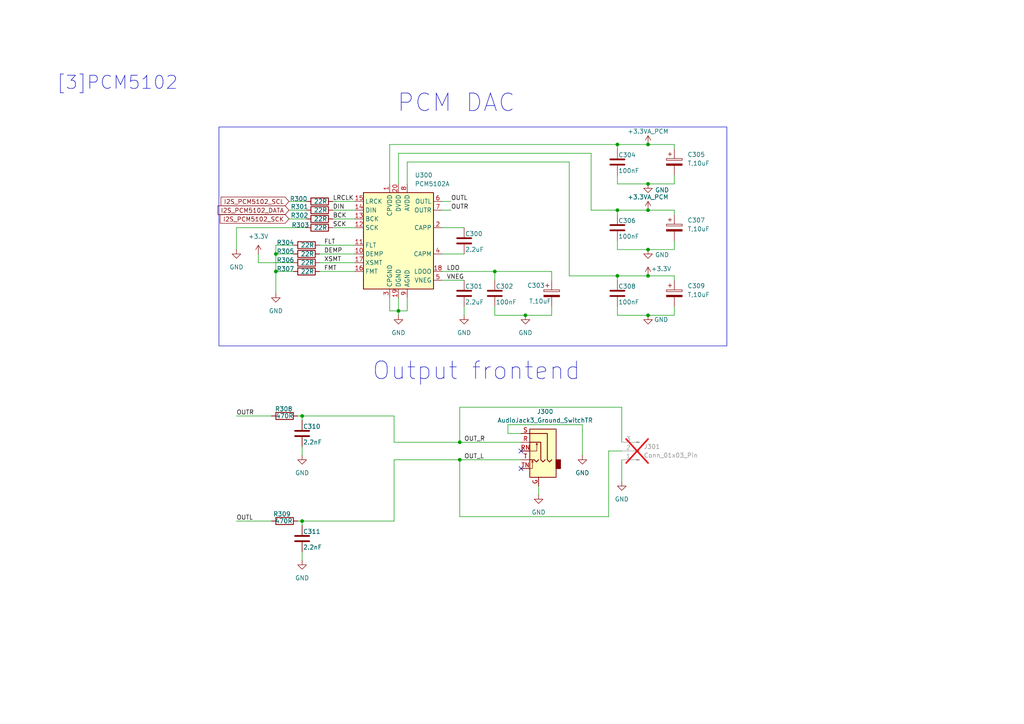
<source format=kicad_sch>
(kicad_sch (version 20231120) (generator "eeschema") (generator_version "8.0")
  (paper "A4")
  (lib_symbols
    (symbol "Audio:PCM5102A"
      (property "Reference" "U" (at -10.16 13.97 0))
      (property "Value" "PCM5102A" (at 3.81 13.97 0))
      (symbol "PCM5102A_0_1"
        (rectangle (start -10.16 12.7) (end 10.16 -15.24) (stroke (width 0.254)) (fill (type background)))
      )
      (symbol "PCM5102A_1_1"
        (pin passive line (at -2.54 15.24 270) (length 2.54) (name "CPVDD") (number "1"))
        (pin input line (at -12.7 -5.08 0) (length 2.54) (name "DEMP") (number "10"))
        (pin input line (at -12.7 -2.54 0) (length 2.54) (name "FLT") (number "11"))
        (pin input line (at -12.7 2.54 0) (length 2.54) (name "SCK") (number "12"))
        (pin input line (at -12.7 5.08 0) (length 2.54) (name "BCK") (number "13"))
        (pin input line (at -12.7 7.62 0) (length 2.54) (name "DIN") (number "14"))
        (pin input line (at -12.7 10.16 0) (length 2.54) (name "LRCK") (number "15"))
        (pin input line (at -12.7 -10.16 0) (length 2.54) (name "FMT") (number "16"))
        (pin input line (at -12.7 -7.62 0) (length 2.54) (name "XSMT") (number "17"))
        (pin passive line (at 12.7 -10.16 180) (length 2.54) (name "LDOO") (number "18"))
        (pin power_in line (at 0 -17.78 90) (length 2.54) (name "DGND") (number "19"))
        (pin passive line (at 12.7 2.54 180) (length 2.54) (name "CAPP") (number "2"))
        (pin power_in line (at 0 15.24 270) (length 2.54) (name "DVDD") (number "20"))
        (pin power_in line (at -2.54 -17.78 90) (length 2.54) (name "CPGND") (number "3"))
        (pin passive line (at 12.7 -5.08 180) (length 2.54) (name "CAPM") (number "4"))
        (pin passive line (at 12.7 -12.7 180) (length 2.54) (name "VNEG") (number "5"))
        (pin output line (at 12.7 10.16 180) (length 2.54) (name "OUTL") (number "6"))
        (pin output line (at 12.7 7.62 180) (length 2.54) (name "OUTR") (number "7"))
        (pin power_in line (at 2.54 15.24 270) (length 2.54) (name "AVDD") (number "8"))
        (pin power_in line (at 2.54 -17.78 90) (length 2.54) (name "AGND") (number "9"))
      )
    )
    (symbol "Connector:Conn_01x03_Pin" (pin_names (offset 1.016) hide)
      (property "Reference" "J" (at 0 5.08 0))
      (property "Value" "Conn_01x03_Pin" (at 0 -5.08 0))
      (symbol "Conn_01x03_Pin_1_1"
        (polyline (pts (xy 1.27 -2.54) (xy 0.8636 -2.54)) (stroke (width 0.1524)))
        (polyline (pts (xy 1.27 0) (xy 0.8636 0)) (stroke (width 0.1524)))
        (polyline (pts (xy 1.27 2.54) (xy 0.8636 2.54)) (stroke (width 0.1524)))
        (rectangle (start 0.8636 -2.413) (end 0 -2.667) (stroke (width 0.1524)) (fill (type outline)))
        (rectangle (start 0.8636 0.127) (end 0 -0.127) (stroke (width 0.1524)) (fill (type outline)))
        (rectangle (start 0.8636 2.667) (end 0 2.413) (stroke (width 0.1524)) (fill (type outline)))
        (pin passive line (at 5.08 2.54 180) (length 3.81) (name "Pin_1") (number "1"))
        (pin passive line (at 5.08 0 180) (length 3.81) (name "Pin_2") (number "2"))
        (pin passive line (at 5.08 -2.54 180) (length 3.81) (name "Pin_3") (number "3"))
      )
    )
    (symbol "Connector_Audio:AudioJack3_Ground_SwitchTR"
      (property "Reference" "J" (at 0 8.89 0))
      (property "Value" "AudioJack3_Ground_SwitchTR" (at 0 6.35 0))
      (symbol "AudioJack3_Ground_SwitchTR_0_1"
        (rectangle (start -5.08 -5.08) (end -6.35 -7.62) (stroke (width 0.254)) (fill (type outline)))
        (polyline (pts (xy 0.508 -0.254) (xy 0.762 -0.762)))
        (polyline (pts (xy 1.778 -5.334) (xy 2.032 -5.842)))
        (polyline (pts (xy 0 -5.08) (xy 0.635 -5.715) (xy 1.27 -5.08) (xy 2.54 -5.08)) (stroke (width 0.254)))
        (polyline (pts (xy 2.54 -7.62) (xy 1.778 -7.62) (xy 1.778 -5.334) (xy 1.524 -5.842)))
        (polyline (pts (xy 2.54 -2.54) (xy 0.508 -2.54) (xy 0.508 -0.254) (xy 0.254 -0.762)))
        (polyline (pts (xy -1.905 -5.08) (xy -1.27 -5.715) (xy -0.635 -5.08) (xy -0.635 0) (xy 2.54 0)) (stroke (width 0.254)))
        (polyline (pts (xy 2.54 2.54) (xy -2.54 2.54) (xy -2.54 -5.08) (xy -3.175 -5.715) (xy -3.81 -5.08)) (stroke (width 0.254)))
        (rectangle (start 2.54 3.81) (end -5.08 -10.16) (stroke (width 0.254)) (fill (type background)))
      )
      (symbol "AudioJack3_Ground_SwitchTR_1_1"
        (pin passive line (at 0 -12.7 90) (length 2.54) (name "~") (number "G"))
        (pin passive line (at 5.08 0 180) (length 2.54) (name "~") (number "R"))
        (pin passive line (at 5.08 -2.54 180) (length 2.54) (name "~") (number "RN"))
        (pin passive line (at 5.08 2.54 180) (length 2.54) (name "~") (number "S"))
        (pin passive line (at 5.08 -5.08 180) (length 2.54) (name "~") (number "T"))
        (pin passive line (at 5.08 -7.62 180) (length 2.54) (name "~") (number "TN"))
      )
    )
    (symbol "Device:C" (pin_numbers hide) (pin_names (offset 0.254))
      (property "Reference" "C" (at 0.635 2.54 0))
      (property "Value" "C" (at 0.635 -2.54 0))
      (symbol "C_0_1"
        (polyline (pts (xy -2.032 -0.762) (xy 2.032 -0.762)) (stroke (width 0.508)))
        (polyline (pts (xy -2.032 0.762) (xy 2.032 0.762)) (stroke (width 0.508)))
      )
      (symbol "C_1_1"
        (pin passive line (at 0 3.81 270) (length 2.794) (name "~") (number "1"))
        (pin passive line (at 0 -3.81 90) (length 2.794) (name "~") (number "2"))
      )
    )
    (symbol "Device:C_Polarized" (pin_numbers hide) (pin_names (offset 0.254))
      (property "Reference" "C" (at 0.635 2.54 0))
      (property "Value" "C_Polarized" (at 0.635 -2.54 0))
      (symbol "C_Polarized_0_1"
        (rectangle (start -2.286 0.508) (end 2.286 1.016))
        (polyline (pts (xy -1.778 2.286) (xy -0.762 2.286)))
        (polyline (pts (xy -1.27 2.794) (xy -1.27 1.778)))
        (rectangle (start 2.286 -0.508) (end -2.286 -1.016) (fill (type outline)))
      )
      (symbol "C_Polarized_1_1"
        (pin passive line (at 0 3.81 270) (length 2.794) (name "~") (number "1"))
        (pin passive line (at 0 -3.81 90) (length 2.794) (name "~") (number "2"))
      )
    )
    (symbol "Device:R" (pin_numbers hide) (pin_names (offset 0))
      (property "Reference" "R" (at 2.032 0 90))
      (property "Value" "R" (at 0 0 90))
      (symbol "R_0_1"
        (rectangle (start -1.016 -2.54) (end 1.016 2.54) (stroke (width 0.254)))
      )
      (symbol "R_1_1"
        (pin passive line (at 0 3.81 270) (length 1.27) (name "~") (number "1"))
        (pin passive line (at 0 -3.81 90) (length 1.27) (name "~") (number "2"))
      )
    )
    (symbol "power:+3.3V" (power) (pin_numbers hide) (pin_names (offset 0) hide)
      (property "Value" "+3.3V" (at 0 3.556 0))
      (symbol "+3.3V_0_1"
        (polyline (pts (xy -0.762 1.27) (xy 0 2.54)))
        (polyline (pts (xy 0 0) (xy 0 2.54)))
        (polyline (pts (xy 0 2.54) (xy 0.762 1.27)))
      )
      (symbol "+3.3V_1_1"
        (pin power_in line (at 0 0 90) (length 0) (name "~") (number "1"))
      )
    )
    (symbol "power:+3.3VA" (power) (pin_numbers hide) (pin_names (offset 0) hide)
      (property "Value" "+3.3VA" (at 0 3.556 0))
      (symbol "+3.3VA_0_1"
        (polyline (pts (xy -0.762 1.27) (xy 0 2.54)))
        (polyline (pts (xy 0 0) (xy 0 2.54)))
        (polyline (pts (xy 0 2.54) (xy 0.762 1.27)))
      )
      (symbol "+3.3VA_1_1"
        (pin power_in line (at 0 0 90) (length 0) (name "~") (number "1"))
      )
    )
    (symbol "power:GND" (power) (pin_numbers hide) (pin_names (offset 0) hide)
      (property "Value" "GND" (at 0 -3.81 0))
      (symbol "GND_0_1"
        (polyline (pts (xy 0 0) (xy 0 -1.27) (xy 1.27 -1.27) (xy 0 -2.54) (xy -1.27 -1.27) (xy 0 -1.27)))
      )
      (symbol "GND_1_1"
        (pin power_in line (at 0 0 270) (length 0) (name "~") (number "1"))
      )
    )
  )
  (junction (at 80.01 78.74))
  (junction (at 80.01 73.66))
  (junction (at 187.96 41.91))
  (junction (at 152.4 91.44))
  (junction (at 187.96 72.39))
  (junction (at 179.07 80.01))
  (junction (at 115.57 90.17))
  (junction (at 87.63 120.65))
  (junction (at 179.07 60.96))
  (junction (at 87.63 151.13))
  (junction (at 187.96 53.34))
  (junction (at 187.96 80.01))
  (junction (at 179.07 41.91))
  (junction (at 133.35 133.35))
  (junction (at 187.96 91.44))
  (junction (at 187.96 60.96))
  (junction (at 143.51 78.74))
  (junction (at 133.35 128.27))
  (no_connect (at 151.13 135.89))
  (no_connect (at 151.13 130.81))
  (wire (pts (xy 133.35 118.11) (xy 180.34 118.11)))
  (wire (pts (xy 68.58 66.04) (xy 68.58 72.39)))
  (wire (pts (xy 115.57 86.36) (xy 115.57 90.17)))
  (wire (pts (xy 86.36 120.65) (xy 87.63 120.65)))
  (wire (pts (xy 133.35 149.86) (xy 176.53 149.86)))
  (wire (pts (xy 187.96 91.44) (xy 195.58 91.44)))
  (wire (pts (xy 171.45 60.96) (xy 179.07 60.96)))
  (wire (pts (xy 113.03 41.91) (xy 179.07 41.91)))
  (wire (pts (xy 176.53 149.86) (xy 176.53 130.81)))
  (wire (pts (xy 80.01 71.12) (xy 80.01 73.66)))
  (wire (pts (xy 180.34 118.11) (xy 180.34 128.27)))
  (wire (pts (xy 113.03 41.91) (xy 113.03 53.34)))
  (wire (pts (xy 115.57 90.17) (xy 118.11 90.17)))
  (wire (pts (xy 92.71 78.74) (xy 102.87 78.74)))
  (wire (pts (xy 152.4 91.44) (xy 160.02 91.44)))
  (wire (pts (xy 87.63 151.13) (xy 87.63 152.4)))
  (wire (pts (xy 96.52 66.04) (xy 102.87 66.04)))
  (wire (pts (xy 179.07 41.91) (xy 187.96 41.91)))
  (wire (pts (xy 187.96 41.91) (xy 195.58 41.91)))
  (wire (pts (xy 195.58 53.34) (xy 195.58 50.8)))
  (wire (pts (xy 195.58 80.01) (xy 195.58 81.28)))
  (wire (pts (xy 87.63 129.54) (xy 87.63 132.08)))
  (wire (pts (xy 143.51 91.44) (xy 143.51 88.9)))
  (wire (pts (xy 80.01 73.66) (xy 85.09 73.66)))
  (wire (pts (xy 187.96 53.34) (xy 195.58 53.34)))
  (wire (pts (xy 187.96 60.96) (xy 195.58 60.96)))
  (wire (pts (xy 128.27 66.04) (xy 134.62 66.04)))
  (wire (pts (xy 92.71 76.2) (xy 102.87 76.2)))
  (wire (pts (xy 160.02 78.74) (xy 160.02 81.28)))
  (wire (pts (xy 115.57 44.45) (xy 115.57 53.34)))
  (wire (pts (xy 168.91 123.19) (xy 168.91 132.08)))
  (wire (pts (xy 87.63 120.65) (xy 87.63 121.92)))
  (wire (pts (xy 133.35 133.35) (xy 133.35 149.86)))
  (wire (pts (xy 187.96 72.39) (xy 195.58 72.39)))
  (wire (pts (xy 147.32 125.73) (xy 147.32 123.19)))
  (wire (pts (xy 128.27 81.28) (xy 134.62 81.28)))
  (wire (pts (xy 180.34 133.35) (xy 180.34 139.7)))
  (wire (pts (xy 128.27 73.66) (xy 134.62 73.66)))
  (wire (pts (xy 96.52 58.42) (xy 102.87 58.42)))
  (wire (pts (xy 115.57 91.44) (xy 115.57 90.17)))
  (wire (pts (xy 114.3 120.65) (xy 114.3 128.27)))
  (wire (pts (xy 68.58 120.65) (xy 78.74 120.65)))
  (wire (pts (xy 151.13 125.73) (xy 147.32 125.73)))
  (wire (pts (xy 74.93 73.66) (xy 74.93 76.2)))
  (wire (pts (xy 143.51 78.74) (xy 160.02 78.74)))
  (wire (pts (xy 179.07 53.34) (xy 179.07 50.8)))
  (wire (pts (xy 179.07 80.01) (xy 179.07 81.28)))
  (wire (pts (xy 147.32 123.19) (xy 168.91 123.19)))
  (wire (pts (xy 134.62 88.9) (xy 134.62 91.44)))
  (wire (pts (xy 171.45 44.45) (xy 171.45 60.96)))
  (wire (pts (xy 128.27 60.96) (xy 130.81 60.96)))
  (wire (pts (xy 83.82 58.42) (xy 88.9 58.42)))
  (wire (pts (xy 133.35 133.35) (xy 151.13 133.35)))
  (wire (pts (xy 179.07 60.96) (xy 179.07 62.23)))
  (wire (pts (xy 114.3 133.35) (xy 133.35 133.35)))
  (wire (pts (xy 143.51 78.74) (xy 143.51 81.28)))
  (wire (pts (xy 179.07 72.39) (xy 179.07 69.85)))
  (wire (pts (xy 179.07 91.44) (xy 179.07 88.9)))
  (wire (pts (xy 165.1 46.99) (xy 165.1 80.01)))
  (wire (pts (xy 87.63 151.13) (xy 114.3 151.13)))
  (wire (pts (xy 80.01 73.66) (xy 80.01 78.74)))
  (wire (pts (xy 179.07 72.39) (xy 187.96 72.39)))
  (wire (pts (xy 179.07 91.44) (xy 187.96 91.44)))
  (wire (pts (xy 80.01 78.74) (xy 80.01 85.09)))
  (wire (pts (xy 176.53 130.81) (xy 180.34 130.81)))
  (wire (pts (xy 114.3 151.13) (xy 114.3 133.35)))
  (wire (pts (xy 80.01 71.12) (xy 85.09 71.12)))
  (wire (pts (xy 86.36 151.13) (xy 87.63 151.13)))
  (wire (pts (xy 165.1 80.01) (xy 179.07 80.01)))
  (wire (pts (xy 179.07 60.96) (xy 187.96 60.96)))
  (wire (pts (xy 87.63 160.02) (xy 87.63 162.56)))
  (wire (pts (xy 80.01 78.74) (xy 85.09 78.74)))
  (wire (pts (xy 179.07 41.91) (xy 179.07 43.18)))
  (wire (pts (xy 92.71 73.66) (xy 102.87 73.66)))
  (wire (pts (xy 113.03 86.36) (xy 113.03 90.17)))
  (wire (pts (xy 83.82 63.5) (xy 88.9 63.5)))
  (wire (pts (xy 87.63 120.65) (xy 114.3 120.65)))
  (wire (pts (xy 187.96 80.01) (xy 195.58 80.01)))
  (wire (pts (xy 83.82 60.96) (xy 88.9 60.96)))
  (wire (pts (xy 118.11 46.99) (xy 118.11 53.34)))
  (wire (pts (xy 96.52 63.5) (xy 102.87 63.5)))
  (wire (pts (xy 179.07 53.34) (xy 187.96 53.34)))
  (wire (pts (xy 114.3 128.27) (xy 133.35 128.27)))
  (wire (pts (xy 195.58 91.44) (xy 195.58 88.9)))
  (wire (pts (xy 133.35 128.27) (xy 151.13 128.27)))
  (wire (pts (xy 195.58 72.39) (xy 195.58 69.85)))
  (wire (pts (xy 92.71 71.12) (xy 102.87 71.12)))
  (wire (pts (xy 143.51 91.44) (xy 152.4 91.44)))
  (wire (pts (xy 115.57 90.17) (xy 113.03 90.17)))
  (wire (pts (xy 128.27 58.42) (xy 130.81 58.42)))
  (wire (pts (xy 179.07 80.01) (xy 187.96 80.01)))
  (wire (pts (xy 128.27 78.74) (xy 143.51 78.74)))
  (wire (pts (xy 118.11 46.99) (xy 165.1 46.99)))
  (wire (pts (xy 74.93 76.2) (xy 85.09 76.2)))
  (wire (pts (xy 115.57 44.45) (xy 171.45 44.45)))
  (wire (pts (xy 96.52 60.96) (xy 102.87 60.96)))
  (wire (pts (xy 195.58 41.91) (xy 195.58 43.18)))
  (wire (pts (xy 68.58 151.13) (xy 78.74 151.13)))
  (wire (pts (xy 156.21 140.97) (xy 156.21 143.51)))
  (wire (pts (xy 133.35 118.11) (xy 133.35 128.27)))
  (wire (pts (xy 195.58 60.96) (xy 195.58 62.23)))
  (wire (pts (xy 118.11 86.36) (xy 118.11 90.17)))
  (wire (pts (xy 68.58 66.04) (xy 88.9 66.04)))
  (wire (pts (xy 160.02 91.44) (xy 160.02 88.9)))
  (rectangle (start 63.5 36.83) (end 210.82 100.33))
  (text "[3]PCM5102" (at 34.036 24.13 0) (effects (font (size 3.81 3.81))))
  (text "Output frontend" (at 138.176 107.696 0) (effects (font (size 5.08 5.08))))
  (text "PCM DAC" (at 132.334 29.972 0) (effects (font (size 5.08 5.08))))
  (label "BCK" (at 96.52 63.5 0))
  (label "OUT_R" (at 134.62 128.27 0))
  (label "OUTR" (at 68.58 120.65 0))
  (label "FLT" (at 93.98 71.12 0))
  (label "DEMP" (at 93.98 73.66 0))
  (label "LDO" (at 129.54 78.74 0))
  (label "OUTR" (at 130.81 60.96 0))
  (label "LRCLK" (at 96.52 58.42 0))
  (label "OUT_L" (at 134.62 133.35 0))
  (label "XSMT" (at 93.98 76.2 0))
  (label "FMT" (at 93.98 78.74 0))
  (label "SCK" (at 96.52 66.04 0))
  (label "OUTL" (at 68.58 151.13 0))
  (label "VNEG" (at 129.54 81.28 0))
  (label "OUTL" (at 130.81 58.42 0))
  (label "DIN" (at 96.52 60.96 0))
  (global_label "I2S_PCM5102_DATA" (shape input) (at 83.82 60.96 180) (property "Intersheetrefs" "${INTERSHEET_REFS}" (effects (hide yes))))
  (global_label "I2S_PCM5102_SCK" (shape input) (at 83.82 63.5 180) (property "Intersheetrefs" "${INTERSHEET_REFS}" (effects (hide yes))))
  (global_label "I2S_PCM5102_SCL" (shape input) (at 83.82 58.42 180) (property "Intersheetrefs" "${INTERSHEET_REFS}" (effects (hide yes))))
  (symbol (lib_id "Device:C") (at 143.51 85.09 0) (unit 1)
    (property "Reference" "C302" (at 143.764 83.058 0) (effects (justify left)))
    (property "Value" "100nF" (at 143.764 87.63 0) (effects (justify left)))
    (property "Footprint" "Capacitor_SMD:C_0603_1608Metric" (effects (hide yes)))
    (property "Description" "Unpolarized capacitor" (effects (hide yes)))
    (property "Manufacturer" "Samsung Electro-Mechanics" (effects (hide yes)))
    (property "Manufacturer Part Number" "CL10B104KA8NNNC" (effects (hide yes)))
  )
  (symbol (lib_id "Device:R") (at 88.9 76.2 90) (unit 1)
    (property "Reference" "R306" (at 82.804 75.438 90))
    (property "Value" "22R" (at 89.154 76.2 90))
    (property "Footprint" "Resistor_SMD:R_0603_1608Metric" (effects (hide yes)))
    (property "Description" "Resistor" (effects (hide yes)))
    (property "Manufacturer" "UNI-ROYAL(Uniroyal Elec)" (effects (hide yes)))
    (property "Manufacturer Part Number" "0603WAF220JT5E" (effects (hide yes)))
  )
  (symbol (lib_id "Device:C") (at 87.63 156.21 0) (unit 1)
    (property "Reference" "C311" (at 87.884 154.178 0) (effects (justify left)))
    (property "Value" "2.2nF" (at 87.884 158.75 0) (effects (justify left)))
    (property "Footprint" "Capacitor_SMD:C_0603_1608Metric" (effects (hide yes)))
    (property "Description" "Unpolarized capacitor" (effects (hide yes)))
    (property "Manufacturer" "Samsung Electro-Mechanics" (effects (hide yes)))
    (property "Manufacturer Part Number" "CL10B222KB8NNNC" (effects (hide yes)))
  )
  (symbol (lib_id "power:GND") (at 87.63 162.56 0) (unit 1)
    (property "Reference" "#PWR018" (effects (hide yes)))
    (property "Value" "GND" (at 87.63 167.64 0))
    (property "Description" "Power symbol creates a global label with name \"GND\" , ground" (effects (hide yes)))
  )
  (symbol (lib_id "Device:C_Polarized") (at 195.58 66.04 0) (unit 1)
    (property "Reference" "C307" (at 199.39 63.8809 0) (effects (justify left)))
    (property "Value" "T,10uF" (at 199.39 66.4209 0) (effects (justify left)))
    (property "Footprint" "Capacitor_Tantalum_SMD:CP_EIA-3216-18_Kemet-A" (effects (hide yes)))
    (property "Description" "Polarized capacitor" (effects (hide yes)))
    (property "Manufacturer" "Kyocera AVX" (effects (hide yes)))
    (property "Manufacturer Part Number" "TAJA106K016RNJ" (effects (hide yes)))
  )
  (symbol (lib_id "power:GND") (at 80.01 85.09 0) (unit 1)
    (property "Reference" "#PWR019" (effects (hide yes)))
    (property "Value" "GND" (at 80.01 90.17 0))
    (property "Description" "Power symbol creates a global label with name \"GND\" , ground" (effects (hide yes)))
  )
  (symbol (lib_id "Device:C") (at 179.07 46.99 0) (unit 1)
    (property "Reference" "C304" (at 179.324 44.958 0) (effects (justify left)))
    (property "Value" "100nF" (at 179.324 49.53 0) (effects (justify left)))
    (property "Footprint" "Capacitor_SMD:C_0603_1608Metric" (effects (hide yes)))
    (property "Description" "Unpolarized capacitor" (effects (hide yes)))
    (property "Manufacturer" "Samsung Electro-Mechanics" (effects (hide yes)))
    (property "Manufacturer Part Number" "CL10B104KA8NNNC" (effects (hide yes)))
  )
  (symbol (lib_id "power:+3.3V") (at 187.96 80.01 0) (unit 1)
    (property "Reference" "#PWR030" (effects (hide yes)))
    (property "Value" "+3.3V" (at 191.77 77.978 0))
    (property "Description" "Power symbol creates a global label with name \"+3.3V\"" (effects (hide yes)))
  )
  (symbol (lib_id "power:GND") (at 68.58 72.39 0) (unit 1)
    (property "Reference" "#PWR015" (effects (hide yes)))
    (property "Value" "GND" (at 68.58 77.47 0))
    (property "Description" "Power symbol creates a global label with name \"GND\" , ground" (effects (hide yes)))
  )
  (symbol (lib_id "power:+3.3VA") (at 187.96 60.96 0) (unit 1)
    (property "Reference" "#PWR028" (effects (hide yes)))
    (property "Value" "+3.3VA_PCM" (at 187.96 57.15 0))
    (property "Description" "Power symbol creates a global label with name \"+3.3VA\"" (effects (hide yes)))
  )
  (symbol (lib_id "power:+3.3VA") (at 187.96 41.91 0) (unit 1)
    (property "Reference" "#PWR026" (effects (hide yes)))
    (property "Value" "+3.3VA_PCM" (at 187.96 38.1 0))
    (property "Description" "Power symbol creates a global label with name \"+3.3VA\"" (effects (hide yes)))
  )
  (symbol (lib_id "Device:C") (at 134.62 85.09 0) (unit 1)
    (property "Reference" "C301" (at 134.874 83.058 0) (effects (justify left)))
    (property "Value" "2.2uF" (at 134.874 87.63 0) (effects (justify left)))
    (property "Footprint" "Capacitor_SMD:C_0603_1608Metric" (effects (hide yes)))
    (property "Description" "Unpolarized capacitor" (effects (hide yes)))
    (property "Manufacturer" "Samsung Electro-Mechanics" (effects (hide yes)))
    (property "Manufacturer Part Number" "CL10A225KA8NNNC" (effects (hide yes)))
  )
  (symbol (lib_id "power:GND") (at 168.91 132.08 0) (mirror y) (unit 1)
    (property "Reference" "#PWR024" (effects (hide yes)))
    (property "Value" "GND" (at 168.91 137.16 0))
    (property "Description" "Power symbol creates a global label with name \"GND\" , ground" (effects (hide yes)))
  )
  (symbol (lib_id "power:GND") (at 152.4 91.44 0) (unit 1)
    (property "Reference" "#PWR022" (effects (hide yes)))
    (property "Value" "GND" (at 152.4 96.52 0))
    (property "Description" "Power symbol creates a global label with name \"GND\" , ground" (effects (hide yes)))
  )
  (symbol (lib_id "power:GND") (at 180.34 139.7 0) (mirror y) (unit 1)
    (property "Reference" "#PWR025" (effects (hide yes)))
    (property "Value" "GND" (at 180.34 144.78 0))
    (property "Description" "Power symbol creates a global label with name \"GND\" , ground" (effects (hide yes)))
  )
  (symbol (lib_id "Device:C_Polarized") (at 195.58 85.09 0) (unit 1)
    (property "Reference" "C309" (at 199.39 82.9309 0) (effects (justify left)))
    (property "Value" "T,10uF" (at 199.39 85.4709 0) (effects (justify left)))
    (property "Footprint" "Capacitor_Tantalum_SMD:CP_EIA-3216-18_Kemet-A" (effects (hide yes)))
    (property "Description" "Polarized capacitor" (effects (hide yes)))
    (property "Manufacturer" "Kyocera AVX" (effects (hide yes)))
    (property "Manufacturer Part Number" "TAJA106K016RNJ" (effects (hide yes)))
  )
  (symbol (lib_id "Device:R") (at 88.9 73.66 90) (unit 1)
    (property "Reference" "R305" (at 82.804 72.898 90))
    (property "Value" "22R" (at 89.154 73.66 90))
    (property "Footprint" "Resistor_SMD:R_0603_1608Metric" (effects (hide yes)))
    (property "Description" "Resistor" (effects (hide yes)))
    (property "Manufacturer" "UNI-ROYAL(Uniroyal Elec)" (effects (hide yes)))
    (property "Manufacturer Part Number" "0603WAF220JT5E" (effects (hide yes)))
  )
  (symbol (lib_id "Device:C") (at 179.07 66.04 0) (unit 1)
    (property "Reference" "C306" (at 179.324 64.008 0) (effects (justify left)))
    (property "Value" "100nF" (at 179.324 68.58 0) (effects (justify left)))
    (property "Footprint" "Capacitor_SMD:C_0603_1608Metric" (effects (hide yes)))
    (property "Description" "Unpolarized capacitor" (effects (hide yes)))
    (property "Manufacturer" "Samsung Electro-Mechanics" (effects (hide yes)))
    (property "Manufacturer Part Number" "CL10B104KA8NNNC" (effects (hide yes)))
  )
  (symbol (lib_id "Device:R") (at 92.71 58.42 90) (unit 1)
    (property "Reference" "R300" (at 86.614 57.658 90))
    (property "Value" "22R" (at 92.964 58.42 90))
    (property "Footprint" "Resistor_SMD:R_0603_1608Metric" (effects (hide yes)))
    (property "Description" "Resistor" (effects (hide yes)))
    (property "Manufacturer" "UNI-ROYAL(Uniroyal Elec)" (effects (hide yes)))
    (property "Manufacturer Part Number" "0603WAF220JT5E" (effects (hide yes)))
  )
  (symbol (lib_id "Device:C") (at 179.07 85.09 0) (unit 1)
    (property "Reference" "C308" (at 179.324 83.058 0) (effects (justify left)))
    (property "Value" "100nF" (at 179.324 87.63 0) (effects (justify left)))
    (property "Footprint" "Capacitor_SMD:C_0603_1608Metric" (effects (hide yes)))
    (property "Description" "Unpolarized capacitor" (effects (hide yes)))
    (property "Manufacturer" "Samsung Electro-Mechanics" (effects (hide yes)))
    (property "Manufacturer Part Number" "CL10B104KA8NNNC" (effects (hide yes)))
  )
  (symbol (lib_id "Device:R") (at 92.71 60.96 90) (unit 1)
    (property "Reference" "R301" (at 86.868 59.944 90))
    (property "Value" "22R" (at 92.964 60.96 90))
    (property "Footprint" "Resistor_SMD:R_0603_1608Metric" (effects (hide yes)))
    (property "Description" "Resistor" (effects (hide yes)))
    (property "Manufacturer" "UNI-ROYAL(Uniroyal Elec)" (effects (hide yes)))
    (property "Manufacturer Part Number" "0603WAF220JT5E" (effects (hide yes)))
  )
  (symbol (lib_id "power:GND") (at 87.63 132.08 0) (unit 1)
    (property "Reference" "#PWR017" (effects (hide yes)))
    (property "Value" "GND" (at 87.63 137.16 0))
    (property "Description" "Power symbol creates a global label with name \"GND\" , ground" (effects (hide yes)))
  )
  (symbol (lib_id "Device:R") (at 88.9 78.74 90) (unit 1)
    (property "Reference" "R307" (at 82.804 77.978 90))
    (property "Value" "22R" (at 89.154 78.74 90))
    (property "Footprint" "Resistor_SMD:R_0603_1608Metric" (effects (hide yes)))
    (property "Description" "Resistor" (effects (hide yes)))
    (property "Manufacturer" "UNI-ROYAL(Uniroyal Elec)" (effects (hide yes)))
    (property "Manufacturer Part Number" "0603WAF220JT5E" (effects (hide yes)))
  )
  (symbol (lib_id "Device:R") (at 92.71 66.04 90) (unit 1)
    (property "Reference" "R303" (at 87.122 65.278 90))
    (property "Value" "22R" (at 92.964 66.04 90))
    (property "Footprint" "Resistor_SMD:R_0603_1608Metric" (effects (hide yes)))
    (property "Description" "Resistor" (effects (hide yes)))
    (property "Manufacturer" "UNI-ROYAL(Uniroyal Elec)" (effects (hide yes)))
    (property "Manufacturer Part Number" "0603WAF220JT5E" (effects (hide yes)))
  )
  (symbol (lib_id "power:GND") (at 115.57 91.44 0) (unit 1)
    (property "Reference" "#PWR020" (effects (hide yes)))
    (property "Value" "GND" (at 115.57 96.52 0))
    (property "Description" "Power symbol creates a global label with name \"GND\" , ground" (effects (hide yes)))
  )
  (symbol (lib_id "Connector_Audio:AudioJack3_Ground_SwitchTR") (at 156.21 128.27 0) (mirror y) (unit 1)
    (property "Reference" "J300" (at 158.115 119.38 0))
    (property "Value" "AudioJack3_Ground_SwitchTR" (at 158.115 121.92 0))
    (property "Footprint" "rpi_pico_media_board:AudioJack_3.5mm_PJ311" (effects (hide yes)))
    (property "Description" "Audio Jack, 3 Poles (Stereo / TRS), Grounded Sleeve, Switched TR Poles (Normalling)" (effects (hide yes)))
    (property "Manufacturer" "SHOU HAN" (effects (hide yes)))
    (property "Manufacturer Part Number" "PJ-342" (effects (hide yes)))
  )
  (symbol (lib_id "Audio:PCM5102A") (at 115.57 68.58 0) (unit 1)
    (property "Reference" "U300" (at 120.3041 50.8 0) (effects (justify left)))
    (property "Value" "PCM5102A" (at 120.3041 53.34 0) (effects (justify left)))
    (property "Footprint" "Package_SO:TSSOP-20_4.4x6.5mm_P0.65mm" (effects (hide yes)))
    (property "Datasheet" "https://www.ti.com/lit/ds/symlink/pcm5102a.pdf" (effects (hide yes)))
    (property "Description" "2.1 VRMS, 112dB Audio Stereo DAC with PLL and 32-bit, 384kHz PCM Interface, TSSOP-20" (effects (hide yes)))
    (property "Manufacturer" "Texas Instruments" (effects (hide yes)))
    (property "Manufacturer Part Number" "PCM5102AQPWRQ1" (effects (hide yes)))
  )
  (symbol (lib_id "power:+3.3V") (at 74.93 73.66 0) (unit 1)
    (property "Reference" "#PWR016" (effects (hide yes)))
    (property "Value" "+3.3V" (at 74.93 68.58 0))
    (property "Description" "Power symbol creates a global label with name \"+3.3V\"" (effects (hide yes)))
  )
  (symbol (lib_id "Device:C_Polarized") (at 195.58 46.99 0) (unit 1)
    (property "Reference" "C305" (at 199.39 44.8309 0) (effects (justify left)))
    (property "Value" "T,10uF" (at 199.39 47.3709 0) (effects (justify left)))
    (property "Footprint" "Capacitor_Tantalum_SMD:CP_EIA-3216-18_Kemet-A" (effects (hide yes)))
    (property "Description" "Polarized capacitor" (effects (hide yes)))
    (property "Manufacturer" "Kyocera AVX" (effects (hide yes)))
    (property "Manufacturer Part Number" "TAJA106K016RNJ" (effects (hide yes)))
  )
  (symbol (lib_id "Device:C_Polarized") (at 160.02 85.09 0) (unit 1)
    (property "Reference" "C303" (at 152.908 82.804 0) (effects (justify left)))
    (property "Value" "T,10uF" (at 153.416 87.376 0) (effects (justify left)))
    (property "Footprint" "Capacitor_Tantalum_SMD:CP_EIA-3216-18_Kemet-A" (effects (hide yes)))
    (property "Description" "Polarized capacitor" (effects (hide yes)))
    (property "Manufacturer" "Kyocera AVX" (effects (hide yes)))
    (property "Manufacturer Part Number" "TAJA106K016RNJ" (effects (hide yes)))
  )
  (symbol (lib_id "power:GND") (at 187.96 91.44 0) (unit 1)
    (property "Reference" "#PWR031" (effects (hide yes)))
    (property "Value" "GND" (at 191.77 92.71 0))
    (property "Description" "Power symbol creates a global label with name \"GND\" , ground" (effects (hide yes)))
  )
  (symbol (lib_id "power:GND") (at 187.96 72.39 0) (unit 1)
    (property "Reference" "#PWR029" (effects (hide yes)))
    (property "Value" "GND" (at 192.024 73.914 0))
    (property "Description" "Power symbol creates a global label with name \"GND\" , ground" (effects (hide yes)))
  )
  (symbol (lib_id "power:GND") (at 187.96 53.34 0) (unit 1)
    (property "Reference" "#PWR027" (effects (hide yes)))
    (property "Value" "GND" (at 192.024 55.118 0))
    (property "Description" "Power symbol creates a global label with name \"GND\" , ground" (effects (hide yes)))
  )
  (symbol (lib_id "Device:R") (at 82.55 151.13 90) (unit 1)
    (property "Reference" "R309" (at 81.788 149.098 90))
    (property "Value" "470R" (at 82.296 151.13 90))
    (property "Footprint" "Resistor_SMD:R_0805_2012Metric" (effects (hide yes)))
    (property "Description" "Resistor" (effects (hide yes)))
    (property "Manufacturer" "Viking Tech" (effects (hide yes)))
    (property "Manufacturer Part Number" "ARG05FTC4700" (effects (hide yes)))
  )
  (symbol (lib_id "Device:C") (at 87.63 125.73 0) (unit 1)
    (property "Reference" "C310" (at 87.884 123.698 0) (effects (justify left)))
    (property "Value" "2.2nF" (at 87.884 128.27 0) (effects (justify left)))
    (property "Footprint" "Capacitor_SMD:C_0603_1608Metric" (effects (hide yes)))
    (property "Description" "Unpolarized capacitor" (effects (hide yes)))
    (property "Manufacturer" "Samsung Electro-Mechanics" (effects (hide yes)))
    (property "Manufacturer Part Number" "CL10B222KB8NNNC" (effects (hide yes)))
  )
  (symbol (lib_id "Connector:Conn_01x03_Pin") (at 185.42 130.81 180) (unit 1) (dnp yes)
    (property "Reference" "J301" (at 186.69 129.5399 0) (effects (justify right)))
    (property "Value" "Conn_01x03_Pin" (at 186.69 132.0799 0) (effects (justify right)))
    (property "Footprint" "Connector_PinHeader_2.54mm:PinHeader_1x03_P2.54mm_Vertical" (effects (hide yes)))
    (property "Description" "Generic connector, single row, 01x03, script generated" (effects (hide yes)))
  )
  (symbol (lib_id "power:GND") (at 156.21 143.51 0) (mirror y) (unit 1)
    (property "Reference" "#PWR023" (effects (hide yes)))
    (property "Value" "GND" (at 156.21 148.59 0))
    (property "Description" "Power symbol creates a global label with name \"GND\" , ground" (effects (hide yes)))
  )
  (symbol (lib_id "Device:C") (at 134.62 69.85 0) (unit 1)
    (property "Reference" "C300" (at 134.874 67.818 0) (effects (justify left)))
    (property "Value" "2.2uF" (at 134.874 72.39 0) (effects (justify left)))
    (property "Footprint" "Capacitor_SMD:C_0603_1608Metric" (effects (hide yes)))
    (property "Description" "Unpolarized capacitor" (effects (hide yes)))
    (property "Manufacturer" "Samsung Electro-Mechanics" (effects (hide yes)))
    (property "Manufacturer Part Number" "CL10A225KA8NNNC" (effects (hide yes)))
  )
  (symbol (lib_id "Device:R") (at 88.9 71.12 90) (unit 1)
    (property "Reference" "R304" (at 82.804 70.358 90))
    (property "Value" "22R" (at 89.154 71.12 90))
    (property "Footprint" "Resistor_SMD:R_0603_1608Metric" (effects (hide yes)))
    (property "Description" "Resistor" (effects (hide yes)))
    (property "Manufacturer" "UNI-ROYAL(Uniroyal Elec)" (effects (hide yes)))
    (property "Manufacturer Part Number" "0603WAF220JT5E" (effects (hide yes)))
  )
  (symbol (lib_id "power:GND") (at 134.62 91.44 0) (unit 1)
    (property "Reference" "#PWR021" (effects (hide yes)))
    (property "Value" "GND" (at 134.62 96.52 0))
    (property "Description" "Power symbol creates a global label with name \"GND\" , ground" (effects (hide yes)))
  )
  (symbol (lib_id "Device:R") (at 92.71 63.5 90) (unit 1)
    (property "Reference" "R302" (at 86.868 62.484 90))
    (property "Value" "22R" (at 92.964 63.5 90))
    (property "Footprint" "Resistor_SMD:R_0603_1608Metric" (effects (hide yes)))
    (property "Description" "Resistor" (effects (hide yes)))
    (property "Manufacturer" "UNI-ROYAL(Uniroyal Elec)" (effects (hide yes)))
    (property "Manufacturer Part Number" "0603WAF220JT5E" (effects (hide yes)))
  )
  (symbol (lib_id "Device:R") (at 82.55 120.65 90) (unit 1)
    (property "Reference" "R308" (at 82.296 118.618 90))
    (property "Value" "470R" (at 82.55 120.65 90))
    (property "Footprint" "Resistor_SMD:R_0805_2012Metric" (effects (hide yes)))
    (property "Description" "Resistor" (effects (hide yes)))
    (property "Manufacturer" "Viking Tech" (effects (hide yes)))
    (property "Manufacturer Part Number" "ARG05FTC4700" (effects (hide yes)))
  )
)
</source>
